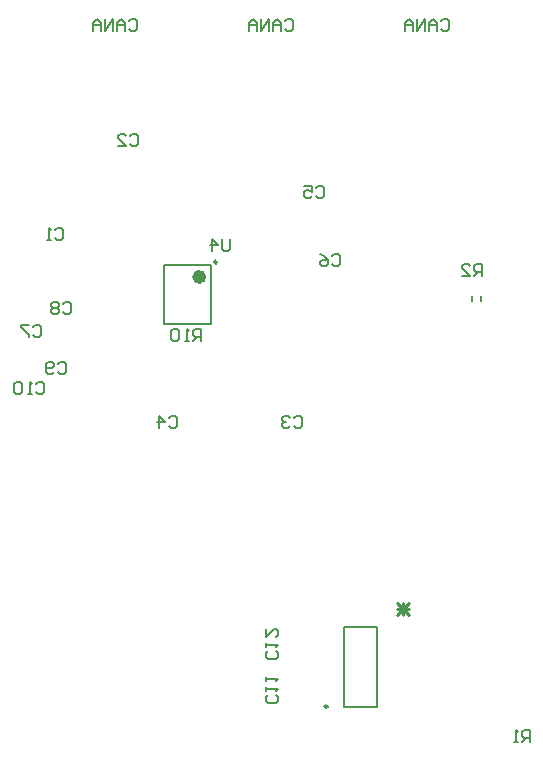
<source format=gbo>
G04*
G04 #@! TF.GenerationSoftware,Altium Limited,Altium Designer,18.1.6 (161)*
G04*
G04 Layer_Color=32896*
%FSLAX25Y25*%
%MOIN*%
G70*
G01*
G75*
%ADD10C,0.02362*%
%ADD11C,0.01000*%
%ADD12C,0.00984*%
%ADD13C,0.00787*%
%ADD15C,0.00600*%
D10*
X66469Y157012D02*
G03*
X66469Y157012I-1181J0D01*
G01*
D11*
X135200Y48298D02*
X131201Y44300D01*
X135200D02*
X131201Y48298D01*
X135200Y46299D02*
X131201D01*
X133201Y44300D02*
Y48298D01*
D12*
X108075Y13811D02*
G03*
X108075Y13811I-492J0D01*
G01*
X71291Y161953D02*
G03*
X71291Y161953I-492J0D01*
G01*
D13*
X113488Y40189D02*
X124512D01*
X113488Y13811D02*
X124512D01*
Y40189D01*
X113488Y13811D02*
Y40189D01*
X53476Y141264D02*
X69224D01*
X53476Y160949D02*
X69224D01*
X53476Y141264D02*
Y160949D01*
X69224Y141264D02*
Y160949D01*
X159126Y149146D02*
Y150720D01*
X156370Y149146D02*
Y150720D01*
D15*
X90832Y17595D02*
X91499Y16928D01*
Y15596D01*
X90832Y14929D01*
X88166D01*
X87500Y15596D01*
Y16928D01*
X88166Y17595D01*
X87500Y18928D02*
Y20261D01*
Y19594D01*
X91499D01*
X90832Y18928D01*
X87500Y22260D02*
Y23593D01*
Y22927D01*
X91499D01*
X90832Y22260D01*
Y32237D02*
X91499Y31570D01*
Y30237D01*
X90832Y29571D01*
X88166D01*
X87500Y30237D01*
Y31570D01*
X88166Y32237D01*
X87500Y33569D02*
Y34902D01*
Y34236D01*
X91499D01*
X90832Y33569D01*
X87500Y39568D02*
Y36902D01*
X90166Y39568D01*
X90832D01*
X91499Y38901D01*
Y37568D01*
X90832Y36902D01*
X66000Y135806D02*
Y139805D01*
X64001D01*
X63334Y139138D01*
Y137805D01*
X64001Y137139D01*
X66000D01*
X64667D02*
X63334Y135806D01*
X62001D02*
X60668D01*
X61335D01*
Y139805D01*
X62001Y139138D01*
X58669D02*
X58003Y139805D01*
X56670D01*
X56003Y139138D01*
Y136473D01*
X56670Y135806D01*
X58003D01*
X58669Y136473D01*
Y139138D01*
X159548Y157450D02*
Y161448D01*
X157549D01*
X156882Y160782D01*
Y159449D01*
X157549Y158782D01*
X159548D01*
X158215D02*
X156882Y157450D01*
X152884D02*
X155549D01*
X152884Y160115D01*
Y160782D01*
X153550Y161448D01*
X154883D01*
X155549Y160782D01*
X17334Y172696D02*
X18001Y173362D01*
X19334D01*
X20000Y172696D01*
Y170030D01*
X19334Y169364D01*
X18001D01*
X17334Y170030D01*
X16001Y169364D02*
X14668D01*
X15335D01*
Y173362D01*
X16001Y172696D01*
X42278Y204138D02*
X42945Y204805D01*
X44278D01*
X44944Y204138D01*
Y201473D01*
X44278Y200806D01*
X42945D01*
X42278Y201473D01*
X38280Y200806D02*
X40945D01*
X38280Y203472D01*
Y204138D01*
X38946Y204805D01*
X40279D01*
X40945Y204138D01*
X96834Y109939D02*
X97501Y110605D01*
X98834D01*
X99500Y109939D01*
Y107273D01*
X98834Y106606D01*
X97501D01*
X96834Y107273D01*
X95501Y109939D02*
X94835Y110605D01*
X93502D01*
X92835Y109939D01*
Y109272D01*
X93502Y108606D01*
X94168D01*
X93502D01*
X92835Y107939D01*
Y107273D01*
X93502Y106606D01*
X94835D01*
X95501Y107273D01*
X55334Y109939D02*
X56001Y110605D01*
X57334D01*
X58000Y109939D01*
Y107273D01*
X57334Y106606D01*
X56001D01*
X55334Y107273D01*
X52002Y106606D02*
Y110605D01*
X54001Y108606D01*
X51336D01*
X104334Y186585D02*
X105001Y187251D01*
X106333D01*
X107000Y186585D01*
Y183919D01*
X106333Y183253D01*
X105001D01*
X104334Y183919D01*
X100336Y187251D02*
X103001D01*
Y185252D01*
X101668Y185918D01*
X101002D01*
X100336Y185252D01*
Y183919D01*
X101002Y183253D01*
X102335D01*
X103001Y183919D01*
X109582Y164082D02*
X110249Y164748D01*
X111582D01*
X112248Y164082D01*
Y161416D01*
X111582Y160750D01*
X110249D01*
X109582Y161416D01*
X105584Y164748D02*
X106916Y164082D01*
X108249Y162749D01*
Y161416D01*
X107583Y160750D01*
X106250D01*
X105584Y161416D01*
Y162083D01*
X106250Y162749D01*
X108249D01*
X9834Y140438D02*
X10501Y141105D01*
X11834D01*
X12500Y140438D01*
Y137773D01*
X11834Y137106D01*
X10501D01*
X9834Y137773D01*
X8501Y141105D02*
X5835D01*
Y140438D01*
X8501Y137773D01*
Y137106D01*
X19834Y147939D02*
X20501Y148605D01*
X21834D01*
X22500Y147939D01*
Y145273D01*
X21834Y144606D01*
X20501D01*
X19834Y145273D01*
X18501Y147939D02*
X17835Y148605D01*
X16502D01*
X15835Y147939D01*
Y147272D01*
X16502Y146606D01*
X15835Y145939D01*
Y145273D01*
X16502Y144606D01*
X17835D01*
X18501Y145273D01*
Y145939D01*
X17835Y146606D01*
X18501Y147272D01*
Y147939D01*
X17835Y146606D02*
X16502D01*
X18334Y127938D02*
X19001Y128605D01*
X20334D01*
X21000Y127938D01*
Y125273D01*
X20334Y124606D01*
X19001D01*
X18334Y125273D01*
X17001D02*
X16335Y124606D01*
X15002D01*
X14335Y125273D01*
Y127938D01*
X15002Y128605D01*
X16335D01*
X17001Y127938D01*
Y127272D01*
X16335Y126605D01*
X14335D01*
X10834Y121439D02*
X11501Y122105D01*
X12833D01*
X13500Y121439D01*
Y118773D01*
X12833Y118106D01*
X11501D01*
X10834Y118773D01*
X9501Y118106D02*
X8168D01*
X8835D01*
Y122105D01*
X9501Y121439D01*
X6169D02*
X5503Y122105D01*
X4170D01*
X3503Y121439D01*
Y118773D01*
X4170Y118106D01*
X5503D01*
X6169Y118773D01*
Y121439D01*
X175500Y2000D02*
Y5999D01*
X173501D01*
X172834Y5332D01*
Y3999D01*
X173501Y3333D01*
X175500D01*
X174167D02*
X172834Y2000D01*
X171501D02*
X170168D01*
X170835D01*
Y5999D01*
X171501Y5332D01*
X75600Y169505D02*
Y166173D01*
X74934Y165506D01*
X73601D01*
X72934Y166173D01*
Y169505D01*
X69602Y165506D02*
Y169505D01*
X71601Y167506D01*
X68936D01*
X94012Y242451D02*
X94679Y243118D01*
X96012D01*
X96678Y242451D01*
Y239786D01*
X96012Y239119D01*
X94679D01*
X94012Y239786D01*
X92679Y239119D02*
Y241785D01*
X91347Y243118D01*
X90014Y241785D01*
Y239119D01*
Y241119D01*
X92679D01*
X88681Y239119D02*
Y243118D01*
X86015Y239119D01*
Y243118D01*
X84682Y239119D02*
Y241785D01*
X83349Y243118D01*
X82016Y241785D01*
Y239119D01*
Y241119D01*
X84682D01*
X145912Y242451D02*
X146579Y243118D01*
X147912D01*
X148578Y242451D01*
Y239786D01*
X147912Y239119D01*
X146579D01*
X145912Y239786D01*
X144579Y239119D02*
Y241785D01*
X143247Y243118D01*
X141914Y241785D01*
Y239119D01*
Y241119D01*
X144579D01*
X140581Y239119D02*
Y243118D01*
X137915Y239119D01*
Y243118D01*
X136582Y239119D02*
Y241785D01*
X135249Y243118D01*
X133916Y241785D01*
Y239119D01*
Y241119D01*
X136582D01*
X42012Y242451D02*
X42679Y243118D01*
X44012D01*
X44678Y242451D01*
Y239786D01*
X44012Y239119D01*
X42679D01*
X42012Y239786D01*
X40679Y239119D02*
Y241785D01*
X39347Y243118D01*
X38014Y241785D01*
Y239119D01*
Y241119D01*
X40679D01*
X36681Y239119D02*
Y243118D01*
X34015Y239119D01*
Y243118D01*
X32682Y239119D02*
Y241785D01*
X31349Y243118D01*
X30016Y241785D01*
Y239119D01*
Y241119D01*
X32682D01*
M02*

</source>
